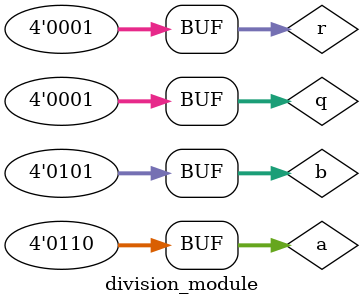
<source format=v>
`timescale 1ns / 1ps


module division_module;
reg signed [3:0] a = -10, b = 5;
  wire signed [3:0] q, r;
  assign q = a / b;
  assign r = a % b;
  initial $monitor("a=%d, b=%d, a/b=%d, a%%b=%d", a, b, q, r);
endmodule



</source>
